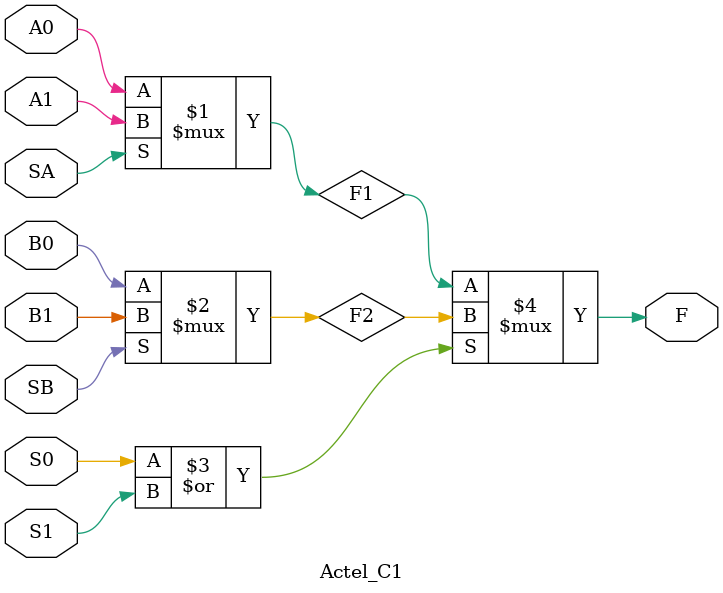
<source format=v>
module Actel_C1(input A0, A1, SA, B0, B1, SB, S0, S1, output F);

    wire[0:0] F1 = (SA) ? A1 : A0;
    wire[0:0] F2 = (SB) ? B1 : B0;    
    assign F = (S0 | S1) ? F2 : F1;

endmodule

</source>
